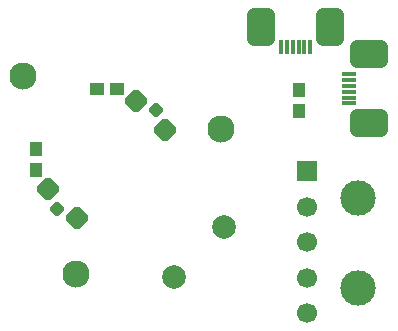
<source format=gbs>
G04 DipTrace 4.2.0.0*
G04 opto board.gbs*
%MOMM*%
G04 #@! TF.FileFunction,Soldermask,Bot*
G04 #@! TF.Part,Single*
%AMOUTLINE1*
4,1,28,
0.83317,-0.29818,
0.29822,-0.83316,
0.21274,-0.89876,
0.11013,-0.94126,
0.00002,-0.95576,
-0.11009,-0.94127,
-0.21269,-0.89877,
-0.29818,-0.83317,
-0.83316,-0.29822,
-0.89876,-0.21274,
-0.94126,-0.11013,
-0.95576,-0.00002,
-0.94127,0.11009,
-0.89877,0.21269,
-0.83317,0.29818,
-0.29822,0.83316,
-0.21274,0.89876,
-0.11013,0.94126,
-0.00002,0.95576,
0.11009,0.94127,
0.21269,0.89877,
0.29818,0.83317,
0.83316,0.29822,
0.89876,0.21274,
0.94126,0.11013,
0.95576,0.00002,
0.94127,-0.11009,
0.89877,-0.21269,
0.83317,-0.29818,
0*%
%AMOUTLINE4*
4,1,28,
0.51497,-0.19212,
0.19215,-0.51497,
0.13773,-0.55673,
0.0713,-0.58424,
0.00001,-0.59363,
-0.07127,-0.58425,
-0.1377,-0.55673,
-0.19212,-0.51497,
-0.51497,-0.19215,
-0.55673,-0.13773,
-0.58424,-0.0713,
-0.59363,-0.00001,
-0.58425,0.07127,
-0.55673,0.1377,
-0.51497,0.19212,
-0.19215,0.51497,
-0.13773,0.55673,
-0.0713,0.58424,
-0.00001,0.59363,
0.07127,0.58425,
0.1377,0.55673,
0.19212,0.51497,
0.51497,0.19215,
0.55673,0.13773,
0.58424,0.0713,
0.59363,0.00001,
0.58425,-0.07127,
0.55673,-0.1377,
0.51497,-0.19212,
0*%
%AMOUTLINE7*
4,1,28,
-0.07828,0.6,
0.07828,0.6,
0.10746,0.59616,
0.13772,0.58363,
0.16369,0.56369,
0.18363,0.53772,
0.19616,0.50746,
0.2,0.47828,
0.2,-0.47828,
0.19616,-0.50746,
0.18363,-0.53772,
0.16369,-0.56369,
0.13772,-0.58363,
0.10746,-0.59616,
0.07828,-0.6,
-0.07828,-0.6,
-0.10746,-0.59616,
-0.13772,-0.58363,
-0.16369,-0.56369,
-0.18363,-0.53772,
-0.19616,-0.50746,
-0.2,-0.47828,
-0.2,0.47828,
-0.19616,0.50746,
-0.18363,0.53772,
-0.16369,0.56369,
-0.13772,0.58363,
-0.10746,0.59616,
-0.07828,0.6,
0*%
%AMOUTLINE10*
4,1,28,
-0.57828,1.6,
0.57828,1.6,
0.73687,1.57912,
0.88772,1.51664,
1.01725,1.41725,
1.11664,1.28772,
1.17912,1.13687,
1.2,0.97828,
1.2,-0.97828,
1.17912,-1.13687,
1.11664,-1.28772,
1.01725,-1.41725,
0.88772,-1.51664,
0.73687,-1.57912,
0.57828,-1.6,
-0.57828,-1.6,
-0.73687,-1.57912,
-0.88772,-1.51664,
-1.01725,-1.41725,
-1.11664,-1.28772,
-1.17912,-1.13687,
-1.2,-0.97828,
-1.2,0.97828,
-1.17912,1.13687,
-1.11664,1.28772,
-1.01725,1.41725,
-0.88772,1.51664,
-0.73687,1.57912,
-0.57828,1.6,
0*%
%AMOUTLINE13*
4,1,28,
0.6,0.0783,
0.6,-0.07825,
0.59616,-0.10744,
0.58363,-0.13769,
0.5637,-0.16367,
0.53772,-0.18361,
0.50747,-0.19614,
0.47829,-0.19998,
-0.47827,-0.20002,
-0.50746,-0.19618,
-0.53771,-0.18365,
-0.56369,-0.16372,
-0.58362,-0.13774,
-0.59615,-0.10749,
-0.6,-0.0783,
-0.6,0.07825,
-0.59616,0.10744,
-0.58363,0.13769,
-0.5637,0.16367,
-0.53772,0.18361,
-0.50747,0.19614,
-0.47829,0.19998,
0.47827,0.20002,
0.50746,0.19618,
0.53771,0.18365,
0.56369,0.16372,
0.58362,0.13774,
0.59615,0.10749,
0.6,0.0783,
0*%
%AMOUTLINE16*
4,1,28,
1.59998,0.57834,
1.60002,-0.57821,
1.57915,-0.73681,
1.51668,-0.88765,
1.41729,-1.01719,
1.28776,-1.11659,
1.13692,-1.17907,
0.97833,-1.19996,
-0.97823,-1.20004,
-1.13683,-1.17917,
-1.28767,-1.11669,
-1.41721,-1.0173,
-1.5166,-0.88778,
-1.57909,-0.73694,
-1.59998,-0.57834,
-1.60002,0.57821,
-1.57915,0.73681,
-1.51668,0.88765,
-1.41729,1.01719,
-1.28776,1.11659,
-1.13692,1.17907,
-0.97833,1.19996,
0.97823,1.20004,
1.13683,1.17917,
1.28767,1.11669,
1.41721,1.0173,
1.5166,0.88778,
1.57909,0.73694,
1.59998,0.57834,
0*%
%AMOUTLINE19*
4,1,28,
-0.83318,0.29818,
-0.29823,0.83316,
-0.21274,0.89876,
-0.11014,0.94126,
-0.00003,0.95576,
0.11008,0.94127,
0.21269,0.89877,
0.29818,0.83318,
0.83316,0.29823,
0.89876,0.21274,
0.94126,0.11014,
0.95576,0.00003,
0.94127,-0.11008,
0.89877,-0.21269,
0.83318,-0.29818,
0.29823,-0.83316,
0.21274,-0.89876,
0.11014,-0.94126,
0.00003,-0.95576,
-0.11008,-0.94127,
-0.21269,-0.89877,
-0.29818,-0.83318,
-0.83316,-0.29823,
-0.89876,-0.21274,
-0.94126,-0.11014,
-0.95576,-0.00003,
-0.94127,0.11008,
-0.89877,0.21269,
-0.83318,0.29818,
0*%
%AMOUTLINE22*
4,1,28,
-0.51498,0.19212,
-0.19215,0.51496,
-0.13773,0.55672,
-0.07131,0.58424,
-0.00002,0.59363,
0.07127,0.58425,
0.1377,0.55673,
0.19212,0.51498,
0.51496,0.19215,
0.55672,0.13773,
0.58424,0.07131,
0.59363,0.00002,
0.58425,-0.07127,
0.55673,-0.1377,
0.51498,-0.19212,
0.19215,-0.51496,
0.13773,-0.55672,
0.07131,-0.58424,
0.00002,-0.59363,
-0.07127,-0.58425,
-0.1377,-0.55673,
-0.19212,-0.51498,
-0.51496,-0.19215,
-0.55672,-0.13773,
-0.58424,-0.07131,
-0.59363,-0.00002,
-0.58425,0.07127,
-0.55673,0.1377,
-0.51498,0.19212,
0*%
%ADD25C,2.0*%
%ADD26C,2.3*%
%ADD27C,3.0*%
%ADD32R,1.1X1.2*%
%ADD34R,1.2X1.1*%
%ADD36R,1.2X0.4*%
%ADD38R,0.4X1.2*%
%ADD40C,1.7*%
%ADD42R,1.7X1.7*%
%ADD47OUTLINE1*%
%ADD50OUTLINE4*%
%ADD53OUTLINE7*%
%ADD56OUTLINE10*%
%ADD59OUTLINE13*%
%ADD62OUTLINE16*%
%ADD65OUTLINE19*%
%ADD68OUTLINE22*%
%FSLAX35Y35*%
G04*
G71*
G90*
G75*
G01*
G04 BotMask*
%LPD*%
D47*
X-498745Y-251260D3*
X-251252Y-498741D3*
D50*
X-420959Y-420964D3*
D25*
X995900Y-575000D3*
D26*
X965900Y258800D3*
X-707100Y707100D3*
X-258800Y-965900D3*
D25*
X575000Y-995900D3*
D42*
X1700000Y-100000D3*
D40*
Y-400000D3*
Y-700000D3*
Y-1000000D3*
Y-1300000D3*
D27*
X2130000Y-325000D3*
Y-1085000D3*
D38*
X1725000Y955000D3*
D53*
X1675000D3*
X1625000D3*
X1575000D3*
X1525000D3*
X1475000D3*
D56*
X1892000Y1125000D3*
X1308000D3*
D36*
X2055005Y474992D3*
D59*
X2055003Y524992D3*
X2055001Y574992D3*
X2054999Y624992D3*
X2054997Y674992D3*
X2054995Y724992D3*
D62*
X2225012Y307999D3*
X2224988Y891999D3*
D65*
X498746Y251261D3*
X251251Y498741D3*
D68*
X420959Y420964D3*
D34*
X85000Y600002D3*
X-85000Y599998D3*
D32*
X-599998Y-85000D3*
X-600002Y85000D3*
X1624998Y585000D3*
X1625002Y415000D3*
M02*

</source>
